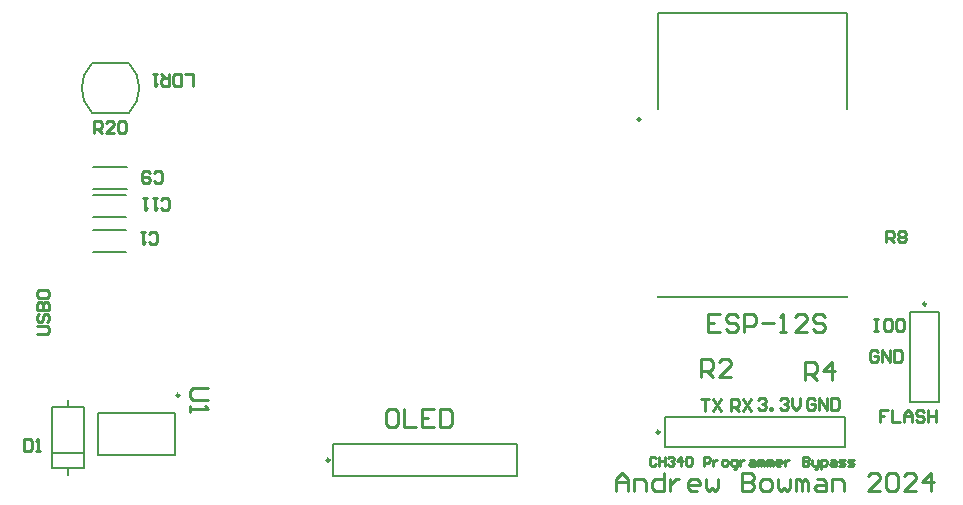
<source format=gto>
G04*
G04 #@! TF.GenerationSoftware,Altium Limited,Altium Designer,24.10.1 (45)*
G04*
G04 Layer_Color=65535*
%FSLAX44Y44*%
%MOMM*%
G71*
G04*
G04 #@! TF.SameCoordinates,565968F8-0361-4AAA-87F1-21D5076EFA40*
G04*
G04*
G04 #@! TF.FilePolarity,Positive*
G04*
G01*
G75*
%ADD10C,0.2500*%
%ADD11C,0.2000*%
%ADD12C,0.2540*%
D10*
X528816Y323624D02*
G03*
X528816Y323624I-1250J0D01*
G01*
X544906Y58928D02*
G03*
X544906Y58928I-1250J0D01*
G01*
X770616Y167282D02*
G03*
X770616Y167282I-1250J0D01*
G01*
X138358Y90100D02*
G03*
X138358Y90100I-1250J0D01*
G01*
X265506Y35052D02*
G03*
X265506Y35052I-1250J0D01*
G01*
D11*
X95758Y329416D02*
G03*
X95758Y371116I-20850J20850D01*
G01*
X64262D02*
G03*
X64262Y329416I20850J-20850D01*
G01*
X543316Y413624D02*
X703316D01*
Y173624D02*
Y173874D01*
Y332374D02*
Y413624D01*
X543316Y173624D02*
X703316D01*
X543316D02*
Y173874D01*
Y332374D02*
Y413624D01*
X64262Y329416D02*
X95758D01*
X64262Y371116D02*
X95758D01*
X64826Y241357D02*
X93408D01*
X64826Y260039D02*
X93408D01*
X64833Y230321D02*
X93416D01*
X64833Y211639D02*
X93416D01*
X549656Y71628D02*
X702056D01*
Y46228D02*
Y71628D01*
X549656Y46228D02*
X702056D01*
X549656D02*
Y71628D01*
X30442Y28356D02*
Y80356D01*
X57442D01*
Y28356D02*
Y80356D01*
X30442Y28356D02*
X57442D01*
X43942Y22506D02*
Y28356D01*
Y80356D02*
Y86206D01*
X31142Y41356D02*
X56742D01*
X781816Y84582D02*
Y160782D01*
X756916Y84582D02*
Y160782D01*
X781816D01*
X756916Y84582D02*
X781816D01*
X134633Y39625D02*
Y74675D01*
X69583Y39625D02*
X134633D01*
X69583D02*
Y74675D01*
X134633D01*
X65211Y283407D02*
X93793D01*
X65211Y264725D02*
X93793D01*
X268756Y21602D02*
X424156D01*
X268756D02*
Y48502D01*
X424156D01*
Y21602D02*
Y48502D01*
D12*
X729909Y126320D02*
X728216Y128013D01*
X724831D01*
X723138Y126320D01*
Y119549D01*
X724831Y117856D01*
X728216D01*
X729909Y119549D01*
Y122934D01*
X726524D01*
X733295Y117856D02*
Y128013D01*
X740066Y117856D01*
Y128013D01*
X743451D02*
Y117856D01*
X748530D01*
X750223Y119549D01*
Y126320D01*
X748530Y128013D01*
X743451D01*
X726186Y154429D02*
X729572D01*
X727879D01*
Y144272D01*
X726186D01*
X729572D01*
X739728Y154429D02*
X736343D01*
X734650Y152736D01*
Y145965D01*
X736343Y144272D01*
X739728D01*
X741421Y145965D01*
Y152736D01*
X739728Y154429D01*
X744807Y152736D02*
X746499Y154429D01*
X749885D01*
X751578Y152736D01*
Y145965D01*
X749885Y144272D01*
X746499D01*
X744807Y145965D01*
Y152736D01*
X605028Y76708D02*
Y86865D01*
X610106D01*
X611799Y85172D01*
Y81786D01*
X610106Y80094D01*
X605028D01*
X608414D02*
X611799Y76708D01*
X615185Y86865D02*
X621956Y76708D01*
Y86865D02*
X615185Y76708D01*
X676823Y86442D02*
X675130Y88135D01*
X671745D01*
X670052Y86442D01*
Y79671D01*
X671745Y77978D01*
X675130D01*
X676823Y79671D01*
Y83056D01*
X673438D01*
X680209Y77978D02*
Y88135D01*
X686980Y77978D01*
Y88135D01*
X690365D02*
Y77978D01*
X695444D01*
X697137Y79671D01*
Y86442D01*
X695444Y88135D01*
X690365D01*
X738545Y77721D02*
X731774D01*
Y72642D01*
X735160D01*
X731774D01*
Y67564D01*
X741931Y77721D02*
Y67564D01*
X748702D01*
X752087D02*
Y74335D01*
X755473Y77721D01*
X758859Y74335D01*
Y67564D01*
Y72642D01*
X752087D01*
X769015Y76028D02*
X767322Y77721D01*
X763937D01*
X762244Y76028D01*
Y74335D01*
X763937Y72642D01*
X767322D01*
X769015Y70950D01*
Y69257D01*
X767322Y67564D01*
X763937D01*
X762244Y69257D01*
X772401Y77721D02*
Y67564D01*
Y72642D01*
X779172D01*
Y77721D01*
Y67564D01*
X579628Y86611D02*
X586399D01*
X583014D01*
Y76454D01*
X589785Y86611D02*
X596556Y76454D01*
Y86611D02*
X589785Y76454D01*
X628142Y86188D02*
X629835Y87881D01*
X633220D01*
X634913Y86188D01*
Y84495D01*
X633220Y82802D01*
X631528D01*
X633220D01*
X634913Y81110D01*
Y79417D01*
X633220Y77724D01*
X629835D01*
X628142Y79417D01*
X638299Y77724D02*
Y79417D01*
X639991D01*
Y77724D01*
X638299D01*
X646763Y86188D02*
X648455Y87881D01*
X651841D01*
X653534Y86188D01*
Y84495D01*
X651841Y82802D01*
X650148D01*
X651841D01*
X653534Y81110D01*
Y79417D01*
X651841Y77724D01*
X648455D01*
X646763Y79417D01*
X656919Y87881D02*
Y81110D01*
X660305Y77724D01*
X663690Y81110D01*
Y87881D01*
X508254Y8636D02*
Y18793D01*
X513332Y23871D01*
X518411Y18793D01*
Y8636D01*
Y16253D01*
X508254D01*
X523489Y8636D02*
Y18793D01*
X531107D01*
X533646Y16253D01*
Y8636D01*
X548881Y23871D02*
Y8636D01*
X541263D01*
X538724Y11175D01*
Y16253D01*
X541263Y18793D01*
X548881D01*
X553959D02*
Y8636D01*
Y13714D01*
X556498Y16253D01*
X559038Y18793D01*
X561577D01*
X576812Y8636D02*
X571734D01*
X569194Y11175D01*
Y16253D01*
X571734Y18793D01*
X576812D01*
X579351Y16253D01*
Y13714D01*
X569194D01*
X584429Y18793D02*
Y11175D01*
X586968Y8636D01*
X589508Y11175D01*
X592047Y8636D01*
X594586Y11175D01*
Y18793D01*
X614899Y23871D02*
Y8636D01*
X622517D01*
X625056Y11175D01*
Y13714D01*
X622517Y16253D01*
X614899D01*
X622517D01*
X625056Y18793D01*
Y21332D01*
X622517Y23871D01*
X614899D01*
X632674Y8636D02*
X637752D01*
X640291Y11175D01*
Y16253D01*
X637752Y18793D01*
X632674D01*
X630135Y16253D01*
Y11175D01*
X632674Y8636D01*
X645370Y18793D02*
Y11175D01*
X647909Y8636D01*
X650448Y11175D01*
X652987Y8636D01*
X655526Y11175D01*
Y18793D01*
X660605Y8636D02*
Y18793D01*
X663144D01*
X665683Y16253D01*
Y8636D01*
Y16253D01*
X668222Y18793D01*
X670761Y16253D01*
Y8636D01*
X678379Y18793D02*
X683457D01*
X685996Y16253D01*
Y8636D01*
X678379D01*
X675840Y11175D01*
X678379Y13714D01*
X685996D01*
X691075Y8636D02*
Y18793D01*
X698692D01*
X701232Y16253D01*
Y8636D01*
X731702D02*
X721545D01*
X731702Y18793D01*
Y21332D01*
X729163Y23871D01*
X724084D01*
X721545Y21332D01*
X736780D02*
X739319Y23871D01*
X744398D01*
X746937Y21332D01*
Y11175D01*
X744398Y8636D01*
X739319D01*
X736780Y11175D01*
Y21332D01*
X762172Y8636D02*
X752015D01*
X762172Y18793D01*
Y21332D01*
X759633Y23871D01*
X754554D01*
X752015Y21332D01*
X774868Y8636D02*
Y23871D01*
X767250Y16253D01*
X777407D01*
X17528Y141653D02*
X25992D01*
X27684Y143346D01*
Y146732D01*
X25992Y148425D01*
X17528D01*
X19220Y158581D02*
X17528Y156888D01*
Y153503D01*
X19220Y151810D01*
X20913D01*
X22606Y153503D01*
Y156888D01*
X24299Y158581D01*
X25992D01*
X27684Y156888D01*
Y153503D01*
X25992Y151810D01*
X17528Y161967D02*
X27684D01*
Y167045D01*
X25992Y168738D01*
X24299D01*
X22606Y167045D01*
Y161967D01*
Y167045D01*
X20913Y168738D01*
X19220D01*
X17528Y167045D01*
Y161967D01*
X19220Y172124D02*
X17528Y173816D01*
Y177202D01*
X19220Y178895D01*
X25992D01*
X27684Y177202D01*
Y173816D01*
X25992Y172124D01*
X19220D01*
X736604Y219429D02*
Y229586D01*
X741682D01*
X743375Y227893D01*
Y224508D01*
X741682Y222815D01*
X736604D01*
X739989D02*
X743375Y219429D01*
X746760Y227893D02*
X748453Y229586D01*
X751839D01*
X753531Y227893D01*
Y226200D01*
X751839Y224508D01*
X753531Y222815D01*
Y221122D01*
X751839Y219429D01*
X748453D01*
X746760Y221122D01*
Y222815D01*
X748453Y224508D01*
X746760Y226200D01*
Y227893D01*
X748453Y224508D02*
X751839D01*
X667770Y103126D02*
Y118362D01*
X675388D01*
X677927Y115822D01*
Y110744D01*
X675388Y108205D01*
X667770D01*
X672849D02*
X677927Y103126D01*
X690623D02*
Y118362D01*
X683005Y110744D01*
X693162D01*
X580140Y105159D02*
Y120393D01*
X587758D01*
X590297Y117854D01*
Y112776D01*
X587758Y110237D01*
X580140D01*
X585219D02*
X590297Y105159D01*
X605532D02*
X595375D01*
X605532Y115315D01*
Y117854D01*
X602993Y120393D01*
X597914D01*
X595375Y117854D01*
X7199Y53338D02*
Y43182D01*
X12277D01*
X13970Y44874D01*
Y51646D01*
X12277Y53338D01*
X7199D01*
X17356Y43182D02*
X20741D01*
X19048D01*
Y53338D01*
X17356Y51646D01*
X122465Y248328D02*
X124158Y246636D01*
X127544D01*
X129236Y248328D01*
Y255100D01*
X127544Y256792D01*
X124158D01*
X122465Y255100D01*
X119080Y256792D02*
X115694D01*
X117387D01*
Y246636D01*
X119080Y248328D01*
X110616Y256792D02*
X107230D01*
X108923D01*
Y246636D01*
X110616Y248328D01*
X117263Y271188D02*
X118956Y269496D01*
X122341D01*
X124034Y271188D01*
Y277960D01*
X122341Y279652D01*
X118956D01*
X117263Y277960D01*
X113877D02*
X112184Y279652D01*
X108799D01*
X107106Y277960D01*
Y271188D01*
X108799Y269496D01*
X112184D01*
X113877Y271188D01*
Y272881D01*
X112184Y274574D01*
X107106D01*
X112399Y219880D02*
X114091Y218188D01*
X117477D01*
X119170Y219880D01*
Y226652D01*
X117477Y228344D01*
X114091D01*
X112399Y226652D01*
X109013Y228344D02*
X105627D01*
X107320D01*
Y218188D01*
X109013Y219880D01*
X162812Y96517D02*
X150116D01*
X147577Y93977D01*
Y88899D01*
X150116Y86360D01*
X162812D01*
X147577Y81282D02*
Y76203D01*
Y78742D01*
X162812D01*
X160272Y81282D01*
X541808Y36575D02*
X540539Y37844D01*
X537999D01*
X536730Y36575D01*
Y31496D01*
X537999Y30227D01*
X540539D01*
X541808Y31496D01*
X544347Y37844D02*
Y30227D01*
Y34036D01*
X549426D01*
Y37844D01*
Y30227D01*
X551965Y36575D02*
X553235Y37844D01*
X555774D01*
X557043Y36575D01*
Y35305D01*
X555774Y34036D01*
X554504D01*
X555774D01*
X557043Y32766D01*
Y31496D01*
X555774Y30227D01*
X553235D01*
X551965Y31496D01*
X563391Y30227D02*
Y37844D01*
X559582Y34036D01*
X564661D01*
X567200Y36575D02*
X568470Y37844D01*
X571009D01*
X572278Y36575D01*
Y31496D01*
X571009Y30227D01*
X568470D01*
X567200Y31496D01*
Y36575D01*
X582435Y30227D02*
Y37844D01*
X586244D01*
X587514Y36575D01*
Y34036D01*
X586244Y32766D01*
X582435D01*
X590053Y35305D02*
Y30227D01*
Y32766D01*
X591322Y34036D01*
X592592Y35305D01*
X593862D01*
X598940Y30227D02*
X601479D01*
X602749Y31496D01*
Y34036D01*
X601479Y35305D01*
X598940D01*
X597670Y34036D01*
Y31496D01*
X598940Y30227D01*
X607827Y27688D02*
X609096D01*
X610366Y28957D01*
Y35305D01*
X606557D01*
X605288Y34036D01*
Y31496D01*
X606557Y30227D01*
X610366D01*
X612905Y35305D02*
Y30227D01*
Y32766D01*
X614175Y34036D01*
X615444Y35305D01*
X616714D01*
X621792D02*
X624332D01*
X625601Y34036D01*
Y30227D01*
X621792D01*
X620523Y31496D01*
X621792Y32766D01*
X625601D01*
X628140Y30227D02*
Y35305D01*
X629410D01*
X630680Y34036D01*
Y30227D01*
Y34036D01*
X631949Y35305D01*
X633219Y34036D01*
Y30227D01*
X635758D02*
Y35305D01*
X637028D01*
X638297Y34036D01*
Y30227D01*
Y34036D01*
X639567Y35305D01*
X640836Y34036D01*
Y30227D01*
X647184D02*
X644645D01*
X643375Y31496D01*
Y34036D01*
X644645Y35305D01*
X647184D01*
X648454Y34036D01*
Y32766D01*
X643375D01*
X650993Y35305D02*
Y30227D01*
Y32766D01*
X652263Y34036D01*
X653532Y35305D01*
X654802D01*
X666228Y37844D02*
Y30227D01*
X670037D01*
X671306Y31496D01*
Y32766D01*
X670037Y34036D01*
X666228D01*
X670037D01*
X671306Y35305D01*
Y36575D01*
X670037Y37844D01*
X666228D01*
X673846Y35305D02*
Y31496D01*
X675115Y30227D01*
X678924D01*
Y28957D01*
X677654Y27688D01*
X676385D01*
X678924Y30227D02*
Y35305D01*
X681463Y27688D02*
Y35305D01*
X685272D01*
X686542Y34036D01*
Y31496D01*
X685272Y30227D01*
X681463D01*
X690350Y35305D02*
X692889D01*
X694159Y34036D01*
Y30227D01*
X690350D01*
X689081Y31496D01*
X690350Y32766D01*
X694159D01*
X696698Y30227D02*
X700507D01*
X701777Y31496D01*
X700507Y32766D01*
X697968D01*
X696698Y34036D01*
X697968Y35305D01*
X701777D01*
X704316Y30227D02*
X708124D01*
X709394Y31496D01*
X708124Y32766D01*
X705585D01*
X704316Y34036D01*
X705585Y35305D01*
X709394D01*
X65772Y312422D02*
Y322579D01*
X70850D01*
X72543Y320886D01*
Y317500D01*
X70850Y315807D01*
X65772D01*
X69157D02*
X72543Y312422D01*
X82700D02*
X75929D01*
X82700Y319193D01*
Y320886D01*
X81007Y322579D01*
X77621D01*
X75929Y320886D01*
X86085D02*
X87778Y322579D01*
X91164D01*
X92856Y320886D01*
Y314114D01*
X91164Y312422D01*
X87778D01*
X86085Y314114D01*
Y320886D01*
X149770Y351538D02*
Y361694D01*
X142999D01*
X139613Y351538D02*
Y361694D01*
X134535D01*
X132842Y360002D01*
Y353230D01*
X134535Y351538D01*
X139613D01*
X129456Y361694D02*
Y351538D01*
X124378D01*
X122685Y353230D01*
Y356616D01*
X124378Y358309D01*
X129456D01*
X126071D02*
X122685Y361694D01*
X119300D02*
X115914D01*
X117607D01*
Y351538D01*
X119300Y353230D01*
X320555Y78738D02*
X315476D01*
X312937Y76198D01*
Y66042D01*
X315476Y63502D01*
X320555D01*
X323094Y66042D01*
Y76198D01*
X320555Y78738D01*
X328172D02*
Y63502D01*
X338329D01*
X353564Y78738D02*
X343407D01*
Y63502D01*
X353564D01*
X343407Y71120D02*
X348485D01*
X358642Y78738D02*
Y63502D01*
X366260D01*
X368799Y66042D01*
Y76198D01*
X366260Y78738D01*
X358642D01*
X596405Y159002D02*
X586248D01*
Y143766D01*
X596405D01*
X586248Y151384D02*
X591326D01*
X611640Y156462D02*
X609101Y159002D01*
X604022D01*
X601483Y156462D01*
Y153923D01*
X604022Y151384D01*
X609101D01*
X611640Y148845D01*
Y146306D01*
X609101Y143766D01*
X604022D01*
X601483Y146306D01*
X616718Y143766D02*
Y159002D01*
X624336D01*
X626875Y156462D01*
Y151384D01*
X624336Y148845D01*
X616718D01*
X631953Y151384D02*
X642110D01*
X647188Y143766D02*
X652267D01*
X649727D01*
Y159002D01*
X647188Y156462D01*
X670041Y143766D02*
X659884D01*
X670041Y153923D01*
Y156462D01*
X667502Y159002D01*
X662423D01*
X659884Y156462D01*
X685276D02*
X682737Y159002D01*
X677658D01*
X675119Y156462D01*
Y153923D01*
X677658Y151384D01*
X682737D01*
X685276Y148845D01*
Y146306D01*
X682737Y143766D01*
X677658D01*
X675119Y146306D01*
M02*

</source>
